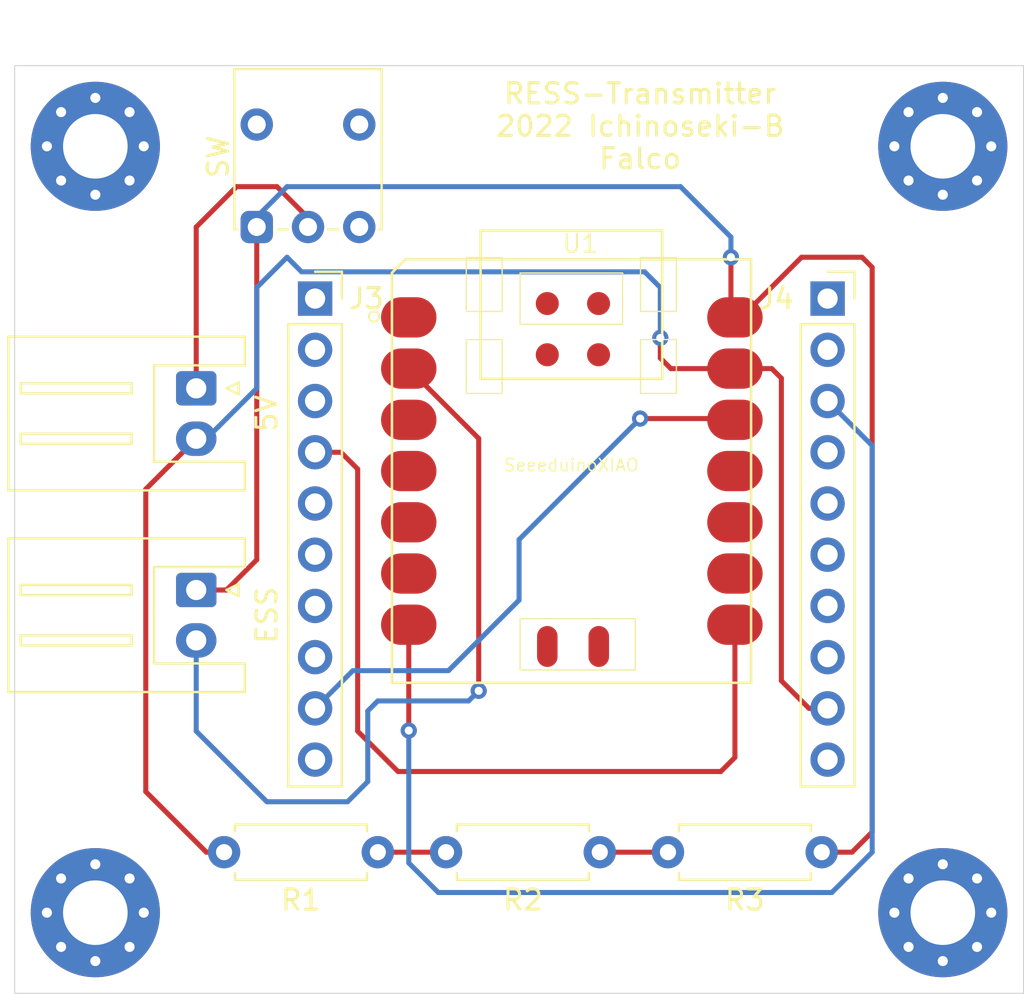
<source format=kicad_pcb>
(kicad_pcb (version 20171130) (host pcbnew "(5.1.9)-1")
  (layers (0 F.Cu signal) (31 B.Cu signal) (34 B.Paste user hide) (35 F.Paste user hide) (36 B.SilkS user) (37 F.SilkS user) (38 B.Mask user hide) (39 F.Mask user) (44 Edge.Cuts user))
  (net 0 "")
  (net 1 GND)
  (net 2 +5V)
  (net 3 RX)
  (net 4 +3V3)
  (net 5 TX)
  (net 6 PW_IN)
  (net 7 ESS_IN)
  (net 8 "Net-(R1-Pad1)")
  (net 9 "Net-(R2-Pad1)")
  (module MountingHole:MountingHole_3.2mm_M3_Pad_Via (layer F.Cu) (at 167 112)
    (fp_text reference REF** hide)
    (fp_text value MountingHole_3.2mm_M3_Pad_Via)
    (pad 1 thru_hole circle (at 1.697056 -1.697056) (size 0.8 0.8) (drill 0.5) (layers *.Cu *.Mask))
    (pad 1 thru_hole circle (at 0 -2.4) (size 0.8 0.8) (drill 0.5) (layers *.Cu *.Mask))
    (pad 1 thru_hole circle (at -1.697056 -1.697056) (size 0.8 0.8) (drill 0.5) (layers *.Cu *.Mask))
    (pad 1 thru_hole circle (at -2.4 0) (size 0.8 0.8) (drill 0.5) (layers *.Cu *.Mask))
    (pad 1 thru_hole circle (at -1.697056 1.697056) (size 0.8 0.8) (drill 0.5) (layers *.Cu *.Mask))
    (pad 1 thru_hole circle (at 0 2.4) (size 0.8 0.8) (drill 0.5) (layers *.Cu *.Mask))
    (pad 1 thru_hole circle (at 1.697056 1.697056) (size 0.8 0.8) (drill 0.5) (layers *.Cu *.Mask))
    (pad 1 thru_hole circle (at 2.4 0) (size 0.8 0.8) (drill 0.5) (layers *.Cu *.Mask))
    (pad 1 thru_hole circle (at 0 0) (size 6.4 6.4) (drill 3.2) (layers *.Cu *.Mask))
  )
  (module MountingHole:MountingHole_3.2mm_M3_Pad_Via (layer F.Cu) (at 125 112)
    (fp_text reference REF** hide)
    (fp_text value MountingHole_3.2mm_M3_Pad_Via)
    (pad 1 thru_hole circle (at 1.697056 -1.697056) (size 0.8 0.8) (drill 0.5) (layers *.Cu *.Mask))
    (pad 1 thru_hole circle (at 0 -2.4) (size 0.8 0.8) (drill 0.5) (layers *.Cu *.Mask))
    (pad 1 thru_hole circle (at -1.697056 -1.697056) (size 0.8 0.8) (drill 0.5) (layers *.Cu *.Mask))
    (pad 1 thru_hole circle (at -2.4 0) (size 0.8 0.8) (drill 0.5) (layers *.Cu *.Mask))
    (pad 1 thru_hole circle (at -1.697056 1.697056) (size 0.8 0.8) (drill 0.5) (layers *.Cu *.Mask))
    (pad 1 thru_hole circle (at 0 2.4) (size 0.8 0.8) (drill 0.5) (layers *.Cu *.Mask))
    (pad 1 thru_hole circle (at 1.697056 1.697056) (size 0.8 0.8) (drill 0.5) (layers *.Cu *.Mask))
    (pad 1 thru_hole circle (at 2.4 0) (size 0.8 0.8) (drill 0.5) (layers *.Cu *.Mask))
    (pad 1 thru_hole circle (at 0 0) (size 6.4 6.4) (drill 3.2) (layers *.Cu *.Mask))
  )
  (module MountingHole:MountingHole_3.2mm_M3_Pad_Via (layer F.Cu) (at 167 74)
    (fp_text reference REF** hide)
    (fp_text value MountingHole_3.2mm_M3_Pad_Via)
    (pad 1 thru_hole circle (at 1.697056 -1.697056) (size 0.8 0.8) (drill 0.5) (layers *.Cu *.Mask))
    (pad 1 thru_hole circle (at 0 -2.4) (size 0.8 0.8) (drill 0.5) (layers *.Cu *.Mask))
    (pad 1 thru_hole circle (at -1.697056 -1.697056) (size 0.8 0.8) (drill 0.5) (layers *.Cu *.Mask))
    (pad 1 thru_hole circle (at -2.4 0) (size 0.8 0.8) (drill 0.5) (layers *.Cu *.Mask))
    (pad 1 thru_hole circle (at -1.697056 1.697056) (size 0.8 0.8) (drill 0.5) (layers *.Cu *.Mask))
    (pad 1 thru_hole circle (at 0 2.4) (size 0.8 0.8) (drill 0.5) (layers *.Cu *.Mask))
    (pad 1 thru_hole circle (at 1.697056 1.697056) (size 0.8 0.8) (drill 0.5) (layers *.Cu *.Mask))
    (pad 1 thru_hole circle (at 2.4 0) (size 0.8 0.8) (drill 0.5) (layers *.Cu *.Mask))
    (pad 1 thru_hole circle (at 0 0) (size 6.4 6.4) (drill 3.2) (layers *.Cu *.Mask))
  )
  (module MountingHole:MountingHole_3.2mm_M3_Pad_Via (layer F.Cu) (at 125 74)
    (fp_text reference REF** hide)
    (fp_text value MountingHole_3.2mm_M3_Pad_Via)
    (pad 1 thru_hole circle (at 1.697056 -1.697056) (size 0.8 0.8) (drill 0.5) (layers *.Cu *.Mask))
    (pad 1 thru_hole circle (at 0 -2.4) (size 0.8 0.8) (drill 0.5) (layers *.Cu *.Mask))
    (pad 1 thru_hole circle (at -1.697056 -1.697056) (size 0.8 0.8) (drill 0.5) (layers *.Cu *.Mask))
    (pad 1 thru_hole circle (at -2.4 0) (size 0.8 0.8) (drill 0.5) (layers *.Cu *.Mask))
    (pad 1 thru_hole circle (at -1.697056 1.697056) (size 0.8 0.8) (drill 0.5) (layers *.Cu *.Mask))
    (pad 1 thru_hole circle (at 0 2.4) (size 0.8 0.8) (drill 0.5) (layers *.Cu *.Mask))
    (pad 1 thru_hole circle (at 1.697056 1.697056) (size 0.8 0.8) (drill 0.5) (layers *.Cu *.Mask))
    (pad 1 thru_hole circle (at 2.4 0) (size 0.8 0.8) (drill 0.5) (layers *.Cu *.Mask))
    (pad 1 thru_hole circle (at 0 0) (size 6.4 6.4) (drill 3.2) (layers *.Cu *.Mask))
  )
  (module Connector_JST:JST_XH_S2B-XH-A_1x02_P2.50mm_Horizontal (layer F.Cu) (at 130 96 270)
    (fp_text reference ESS (at 1.25 -3.5 90) (layer F.SilkS))
    (fp_text value ESS_IN)
    (fp_line (start 0.3 -2.1) (end 0 -1.5) (layer F.SilkS) (width 0.12))
    (fp_line (start -0.3 -2.1) (end 0.3 -2.1) (layer F.SilkS) (width 0.12))
    (fp_line (start 0 -1.5) (end -0.3 -2.1) (layer F.SilkS) (width 0.12))
    (fp_line (start 2.75 3.2) (end 2.25 3.2) (layer F.SilkS) (width 0.12))
    (fp_line (start 2.75 8.7) (end 2.75 3.2) (layer F.SilkS) (width 0.12))
    (fp_line (start 2.25 8.7) (end 2.75 8.7) (layer F.SilkS) (width 0.12))
    (fp_line (start 2.25 3.2) (end 2.25 8.7) (layer F.SilkS) (width 0.12))
    (fp_line (start 0.25 3.2) (end -0.25 3.2) (layer F.SilkS) (width 0.12))
    (fp_line (start 0.25 8.7) (end 0.25 3.2) (layer F.SilkS) (width 0.12))
    (fp_line (start -0.25 8.7) (end 0.25 8.7) (layer F.SilkS) (width 0.12))
    (fp_line (start -0.25 3.2) (end -0.25 8.7) (layer F.SilkS) (width 0.12))
    (fp_line (start 3.64 2.09) (end 1.25 2.09) (layer F.SilkS) (width 0.12))
    (fp_line (start 3.64 -2.41) (end 3.64 2.09) (layer F.SilkS) (width 0.12))
    (fp_line (start 5.06 -2.41) (end 3.64 -2.41) (layer F.SilkS) (width 0.12))
    (fp_line (start 5.06 9.31) (end 5.06 -2.41) (layer F.SilkS) (width 0.12))
    (fp_line (start 1.25 9.31) (end 5.06 9.31) (layer F.SilkS) (width 0.12))
    (fp_line (start -1.14 2.09) (end 1.25 2.09) (layer F.SilkS) (width 0.12))
    (fp_line (start -1.14 -2.41) (end -1.14 2.09) (layer F.SilkS) (width 0.12))
    (fp_line (start -2.56 -2.41) (end -1.14 -2.41) (layer F.SilkS) (width 0.12))
    (fp_line (start -2.56 9.31) (end -2.56 -2.41) (layer F.SilkS) (width 0.12))
    (fp_line (start 1.25 9.31) (end -2.56 9.31) (layer F.SilkS) (width 0.12))
    (pad 1 thru_hole roundrect (at 0 0 270) (size 1.7 2) (drill 1) (layers *.Cu *.Mask) (roundrect_rratio 0.1470588235294118) (net 2 +5V))
    (pad 2 thru_hole oval (at 2.5 0 270) (size 1.7 2) (drill 1) (layers *.Cu *.Mask) (net 7 ESS_IN))
  )
  (module Connector_PinSocket_2.54mm:PinSocket_1x10_P2.54mm_Vertical (layer F.Cu) (at 135.89 81.55)
    (fp_text reference J3 (at 2.54 0) (layer F.SilkS))
    (fp_text value ADP_L)
    (fp_line (start -1.33 1.27) (end 1.33 1.27) (layer F.SilkS) (width 0.12))
    (fp_line (start -1.33 1.27) (end -1.33 24.19) (layer F.SilkS) (width 0.12))
    (fp_line (start -1.33 24.19) (end 1.33 24.19) (layer F.SilkS) (width 0.12))
    (fp_line (start 1.33 1.27) (end 1.33 24.19) (layer F.SilkS) (width 0.12))
    (fp_line (start 1.33 -1.33) (end 1.33 0) (layer F.SilkS) (width 0.12))
    (fp_line (start 0 -1.33) (end 1.33 -1.33) (layer F.SilkS) (width 0.12))
    (pad 1 thru_hole rect (at 0 0) (size 1.7 1.7) (drill 1) (layers *.Cu *.Mask))
    (pad 2 thru_hole oval (at 0 2.54) (size 1.7 1.7) (drill 1) (layers *.Cu *.Mask))
    (pad 3 thru_hole oval (at 0 5.08) (size 1.7 1.7) (drill 1) (layers *.Cu *.Mask))
    (pad 4 thru_hole oval (at 0 7.62) (size 1.7 1.7) (drill 1) (layers *.Cu *.Mask) (net 3 RX))
    (pad 5 thru_hole oval (at 0 10.16) (size 1.7 1.7) (drill 1) (layers *.Cu *.Mask))
    (pad 6 thru_hole oval (at 0 12.7) (size 1.7 1.7) (drill 1) (layers *.Cu *.Mask))
    (pad 7 thru_hole oval (at 0 15.24) (size 1.7 1.7) (drill 1) (layers *.Cu *.Mask))
    (pad 8 thru_hole oval (at 0 17.78) (size 1.7 1.7) (drill 1) (layers *.Cu *.Mask))
    (pad 9 thru_hole oval (at 0 20.32) (size 1.7 1.7) (drill 1) (layers *.Cu *.Mask) (net 4 +3V3))
    (pad 10 thru_hole oval (at 0 22.86) (size 1.7 1.7) (drill 1) (layers *.Cu *.Mask))
  )
  (module Connector_PinSocket_2.54mm:PinSocket_1x10_P2.54mm_Vertical (layer F.Cu) (at 161.29 81.55)
    (fp_text reference J4 (at -2.54 0) (layer F.SilkS))
    (fp_text value ADP_R)
    (fp_line (start 0 -1.33) (end 1.33 -1.33) (layer F.SilkS) (width 0.12))
    (fp_line (start 1.33 -1.33) (end 1.33 0) (layer F.SilkS) (width 0.12))
    (fp_line (start 1.33 1.27) (end 1.33 24.19) (layer F.SilkS) (width 0.12))
    (fp_line (start -1.33 24.19) (end 1.33 24.19) (layer F.SilkS) (width 0.12))
    (fp_line (start -1.33 1.27) (end -1.33 24.19) (layer F.SilkS) (width 0.12))
    (fp_line (start -1.33 1.27) (end 1.33 1.27) (layer F.SilkS) (width 0.12))
    (pad 10 thru_hole oval (at 0 22.86) (size 1.7 1.7) (drill 1) (layers *.Cu *.Mask))
    (pad 9 thru_hole oval (at 0 20.32) (size 1.7 1.7) (drill 1) (layers *.Cu *.Mask) (net 1 GND))
    (pad 8 thru_hole oval (at 0 17.78) (size 1.7 1.7) (drill 1) (layers *.Cu *.Mask))
    (pad 7 thru_hole oval (at 0 15.24) (size 1.7 1.7) (drill 1) (layers *.Cu *.Mask))
    (pad 6 thru_hole oval (at 0 12.7) (size 1.7 1.7) (drill 1) (layers *.Cu *.Mask))
    (pad 5 thru_hole oval (at 0 10.16) (size 1.7 1.7) (drill 1) (layers *.Cu *.Mask))
    (pad 4 thru_hole oval (at 0 7.62) (size 1.7 1.7) (drill 1) (layers *.Cu *.Mask))
    (pad 3 thru_hole oval (at 0 5.08) (size 1.7 1.7) (drill 1) (layers *.Cu *.Mask) (net 5 TX))
    (pad 2 thru_hole oval (at 0 2.54) (size 1.7 1.7) (drill 1) (layers *.Cu *.Mask))
    (pad 1 thru_hole rect (at 0 0) (size 1.7 1.7) (drill 1) (layers *.Cu *.Mask))
  )
  (module Connector_JST:JST_XH_S2B-XH-A_1x02_P2.50mm_Horizontal (layer F.Cu) (at 130 86 270)
    (fp_text reference 5V (at 1.25 -3.5 90) (layer F.SilkS))
    (fp_text value POWER)
    (fp_line (start 1.25 9.31) (end -2.56 9.31) (layer F.SilkS) (width 0.12))
    (fp_line (start -2.56 9.31) (end -2.56 -2.41) (layer F.SilkS) (width 0.12))
    (fp_line (start -2.56 -2.41) (end -1.14 -2.41) (layer F.SilkS) (width 0.12))
    (fp_line (start -1.14 -2.41) (end -1.14 2.09) (layer F.SilkS) (width 0.12))
    (fp_line (start -1.14 2.09) (end 1.25 2.09) (layer F.SilkS) (width 0.12))
    (fp_line (start 1.25 9.31) (end 5.06 9.31) (layer F.SilkS) (width 0.12))
    (fp_line (start 5.06 9.31) (end 5.06 -2.41) (layer F.SilkS) (width 0.12))
    (fp_line (start 5.06 -2.41) (end 3.64 -2.41) (layer F.SilkS) (width 0.12))
    (fp_line (start 3.64 -2.41) (end 3.64 2.09) (layer F.SilkS) (width 0.12))
    (fp_line (start 3.64 2.09) (end 1.25 2.09) (layer F.SilkS) (width 0.12))
    (fp_line (start -0.25 3.2) (end -0.25 8.7) (layer F.SilkS) (width 0.12))
    (fp_line (start -0.25 8.7) (end 0.25 8.7) (layer F.SilkS) (width 0.12))
    (fp_line (start 0.25 8.7) (end 0.25 3.2) (layer F.SilkS) (width 0.12))
    (fp_line (start 0.25 3.2) (end -0.25 3.2) (layer F.SilkS) (width 0.12))
    (fp_line (start 2.25 3.2) (end 2.25 8.7) (layer F.SilkS) (width 0.12))
    (fp_line (start 2.25 8.7) (end 2.75 8.7) (layer F.SilkS) (width 0.12))
    (fp_line (start 2.75 8.7) (end 2.75 3.2) (layer F.SilkS) (width 0.12))
    (fp_line (start 2.75 3.2) (end 2.25 3.2) (layer F.SilkS) (width 0.12))
    (fp_line (start 0 -1.5) (end -0.3 -2.1) (layer F.SilkS) (width 0.12))
    (fp_line (start -0.3 -2.1) (end 0.3 -2.1) (layer F.SilkS) (width 0.12))
    (fp_line (start 0.3 -2.1) (end 0 -1.5) (layer F.SilkS) (width 0.12))
    (pad 1 thru_hole roundrect (at 0 0 270) (size 1.7 2) (drill 1) (layers *.Cu *.Mask) (roundrect_rratio 0.1470588235294118) (net 6 PW_IN))
    (pad 2 thru_hole oval (at 2.5 0 270) (size 1.7 2) (drill 1) (layers *.Cu *.Mask) (net 1 GND))
  )
  (module Button_Switch_THT:SW_Push_1P2T_Vertical_E-Switch_800UDP8P1A1M6 (layer F.Cu) (at 133 78 90)
    (fp_text reference SW (at 3.48 -1.91 270) (layer F.SilkS))
    (fp_text value SW_SPDT)
    (fp_line (start -0.12 6.19) (end -0.12 6.04) (layer F.SilkS) (width 0.12))
    (fp_line (start -0.12 4.04) (end -0.12 3.54) (layer F.SilkS) (width 0.12))
    (fp_line (start -0.12 1.54) (end -0.12 1.04) (layer F.SilkS) (width 0.12))
    (fp_line (start -0.12 -1.11) (end -0.12 -0.96) (layer F.SilkS) (width 0.12))
    (fp_line (start 7.83 -1.11) (end -0.12 -1.11) (layer F.SilkS) (width 0.12))
    (fp_line (start 7.83 6.19) (end 7.83 -1.11) (layer F.SilkS) (width 0.12))
    (fp_line (start -0.12 6.19) (end 7.83 6.19) (layer F.SilkS) (width 0.12))
    (pad "" thru_hole circle (at 5.08 5.08 270) (size 1.6 1.6) (drill 0.89) (layers *.Cu *.Mask))
    (pad "" thru_hole circle (at 5.08 0 270) (size 1.6 1.6) (drill 0.89) (layers *.Cu *.Mask))
    (pad 1 thru_hole roundrect (at 0 0 270) (size 1.6 1.6) (drill 0.89) (layers *.Cu *.Mask) (net 2 +5V))
    (pad 2 thru_hole circle (at 0 2.54 270) (size 1.6 1.6) (drill 0.89) (layers *.Cu *.Mask) (net 6 PW_IN))
    (pad 3 thru_hole circle (at 0 5.08 270) (size 1.6 1.6) (drill 0.89) (layers *.Cu *.Mask))
  )
  (module Resistor_THT:R_Axial_DIN0207_L6.3mm_D2.5mm_P7.62mm_Horizontal (layer F.Cu) (at 139 109 180)
    (fp_text reference R1 (at 3.81 -2.37) (layer F.SilkS))
    (fp_text value 18Ω)
    (fp_line (start 0.54 -1.04) (end 0.54 -1.37) (layer F.SilkS) (width 0.12))
    (fp_line (start 0.54 -1.37) (end 7.08 -1.37) (layer F.SilkS) (width 0.12))
    (fp_line (start 7.08 -1.37) (end 7.08 -1.04) (layer F.SilkS) (width 0.12))
    (fp_line (start 0.54 1.04) (end 0.54 1.37) (layer F.SilkS) (width 0.12))
    (fp_line (start 0.54 1.37) (end 7.08 1.37) (layer F.SilkS) (width 0.12))
    (fp_line (start 7.08 1.37) (end 7.08 1.04) (layer F.SilkS) (width 0.12))
    (pad 1 thru_hole circle (at 0 0 180) (size 1.6 1.6) (drill 0.8) (layers *.Cu *.Mask) (net 8 "Net-(R1-Pad1)"))
    (pad 2 thru_hole oval (at 7.62 0 180) (size 1.6 1.6) (drill 0.8) (layers *.Cu *.Mask) (net 1 GND))
  )
  (module Resistor_THT:R_Axial_DIN0207_L6.3mm_D2.5mm_P7.62mm_Horizontal (layer F.Cu) (at 150 109 180)
    (fp_text reference R2 (at 3.81 -2.37 180) (layer F.SilkS))
    (fp_text value 18Ω)
    (fp_line (start 0.54 -1.04) (end 0.54 -1.37) (layer F.SilkS) (width 0.12))
    (fp_line (start 0.54 -1.37) (end 7.08 -1.37) (layer F.SilkS) (width 0.12))
    (fp_line (start 7.08 -1.37) (end 7.08 -1.04) (layer F.SilkS) (width 0.12))
    (fp_line (start 0.54 1.04) (end 0.54 1.37) (layer F.SilkS) (width 0.12))
    (fp_line (start 0.54 1.37) (end 7.08 1.37) (layer F.SilkS) (width 0.12))
    (fp_line (start 7.08 1.37) (end 7.08 1.04) (layer F.SilkS) (width 0.12))
    (pad 1 thru_hole circle (at 0 0 180) (size 1.6 1.6) (drill 0.8) (layers *.Cu *.Mask) (net 9 "Net-(R2-Pad1)"))
    (pad 2 thru_hole oval (at 7.62 0 180) (size 1.6 1.6) (drill 0.8) (layers *.Cu *.Mask) (net 8 "Net-(R1-Pad1)"))
  )
  (module Resistor_THT:R_Axial_DIN0207_L6.3mm_D2.5mm_P7.62mm_Horizontal (layer F.Cu) (at 161 109 180)
    (fp_text reference R3 (at 3.81 -2.37) (layer F.SilkS))
    (fp_text value 18Ω)
    (fp_line (start 0.54 -1.04) (end 0.54 -1.37) (layer F.SilkS) (width 0.12))
    (fp_line (start 0.54 -1.37) (end 7.08 -1.37) (layer F.SilkS) (width 0.12))
    (fp_line (start 7.08 -1.37) (end 7.08 -1.04) (layer F.SilkS) (width 0.12))
    (fp_line (start 0.54 1.04) (end 0.54 1.37) (layer F.SilkS) (width 0.12))
    (fp_line (start 0.54 1.37) (end 7.08 1.37) (layer F.SilkS) (width 0.12))
    (fp_line (start 7.08 1.37) (end 7.08 1.04) (layer F.SilkS) (width 0.12))
    (pad 1 thru_hole circle (at 0 0 180) (size 1.6 1.6) (drill 0.8) (layers *.Cu *.Mask) (net 2 +5V))
    (pad 2 thru_hole oval (at 7.62 0 180) (size 1.6 1.6) (drill 0.8) (layers *.Cu *.Mask) (net 9 "Net-(R2-Pad1)"))
  )
  (module "Seeeduino XIAO KICAD:Seeeduino XIAO-MOUDLE14P-2.54-21X17.8MM" (layer F.Cu) (at 139.7 100.6)
    (fp_text reference U1 (at 9.3345 -21.7805) (layer F.SilkS) (effects (font (size 0.889 0.889) (thickness 0.1016))))
    (fp_text value SeeeduinoXIAO (at 8.89 -10.795) (layer F.SilkS) (effects (font (size 0.6096 0.6096) (thickness 0.0762))))
    (fp_circle (center -0.889 -18.161) (end -0.889 -18.415) (layer F.SilkS) (width 0.1))
    (fp_line (start 4.3942 -15.06982) (end 4.3942 -22.42312) (layer F.SilkS) (width 0.127))
    (fp_line (start 13.39342 -15.06982) (end 4.3942 -15.06982) (layer F.SilkS) (width 0.127))
    (fp_line (start 13.39342 -22.42312) (end 13.39342 -15.06982) (layer F.SilkS) (width 0.127))
    (fp_line (start 4.39928 -22.42312) (end 13.39342 -22.42312) (layer F.SilkS) (width 0.127))
    (fp_line (start 0 -20.32762) (end 0 0) (layer F.SilkS) (width 0.127))
    (fp_line (start 0.67056 -20.99818) (end 0 -20.32762) (layer F.SilkS) (width 0.127))
    (fp_line (start 17.79778 -20.99818) (end 0.67056 -20.99818) (layer F.SilkS) (width 0.127))
    (fp_line (start 17.79778 0) (end 17.79778 -20.99818) (layer F.SilkS) (width 0.127))
    (fp_line (start 0 0) (end 17.79778 0) (layer F.SilkS) (width 0.127))
    (fp_line (start 12.319 -18.415) (end 12.319 -21.082) (layer F.SilkS) (width 0.06604))
    (fp_line (start 12.319 -21.082) (end 14.097 -21.082) (layer F.SilkS) (width 0.06604))
    (fp_line (start 14.097 -18.415) (end 14.097 -21.082) (layer F.SilkS) (width 0.06604))
    (fp_line (start 12.319 -18.415) (end 14.097 -18.415) (layer F.SilkS) (width 0.06604))
    (fp_line (start 12.319 -14.34846) (end 12.319 -17.018) (layer F.SilkS) (width 0.06604))
    (fp_line (start 12.319 -17.018) (end 14.097 -17.018) (layer F.SilkS) (width 0.06604))
    (fp_line (start 14.097 -14.34846) (end 14.097 -17.018) (layer F.SilkS) (width 0.06604))
    (fp_line (start 12.319 -14.34846) (end 14.097 -14.34846) (layer F.SilkS) (width 0.06604))
    (fp_line (start 3.683 -14.34846) (end 3.683 -17.018) (layer F.SilkS) (width 0.06604))
    (fp_line (start 3.683 -17.018) (end 5.461 -17.018) (layer F.SilkS) (width 0.06604))
    (fp_line (start 5.461 -14.34846) (end 5.461 -17.018) (layer F.SilkS) (width 0.06604))
    (fp_line (start 3.683 -14.34846) (end 5.461 -14.34846) (layer F.SilkS) (width 0.06604))
    (fp_line (start 3.683 -18.415) (end 3.683 -21.082) (layer F.SilkS) (width 0.06604))
    (fp_line (start 3.683 -21.082) (end 5.461 -21.082) (layer F.SilkS) (width 0.06604))
    (fp_line (start 5.461 -18.415) (end 5.461 -21.082) (layer F.SilkS) (width 0.06604))
    (fp_line (start 3.683 -18.415) (end 5.461 -18.415) (layer F.SilkS) (width 0.06604))
    (fp_line (start 6.35 -0.635) (end 6.35 -3.175) (layer F.SilkS) (width 0.06604))
    (fp_line (start 6.35 -3.175) (end 12.065 -3.175) (layer F.SilkS) (width 0.06604))
    (fp_line (start 12.065 -0.635) (end 12.065 -3.175) (layer F.SilkS) (width 0.06604))
    (fp_line (start 6.35 -0.635) (end 12.065 -0.635) (layer F.SilkS) (width 0.06604))
    (fp_line (start 6.35 -17.78) (end 6.35 -20.32) (layer F.SilkS) (width 0.06604))
    (fp_line (start 6.35 -20.32) (end 11.43 -20.32) (layer F.SilkS) (width 0.06604))
    (fp_line (start 11.43 -17.78) (end 11.43 -20.32) (layer F.SilkS) (width 0.06604))
    (fp_line (start 6.35 -17.78) (end 11.43 -17.78) (layer F.SilkS) (width 0.06604))
    (pad 14 smd oval (at 16.99768 -18.11782) (size 2.74828 1.99898) (layers F.Cu F.Paste F.Mask) (net 2 +5V))
    (pad 13 smd oval (at 16.99768 -15.57782) (size 2.74828 1.99898) (layers F.Cu F.Paste F.Mask) (net 1 GND))
    (pad 12 smd oval (at 16.99768 -13.03782) (size 2.74828 1.99898) (layers F.Cu F.Paste F.Mask) (net 4 +3V3))
    (pad 11 smd oval (at 16.99768 -10.49782) (size 2.74828 1.99898) (layers F.Cu F.Paste F.Mask))
    (pad 10 smd oval (at 16.99768 -7.95782) (size 2.74828 1.99898) (layers F.Cu F.Paste F.Mask))
    (pad 9 smd oval (at 16.99768 -5.41782) (size 2.74828 1.99898) (layers F.Cu F.Paste F.Mask))
    (pad 8 smd oval (at 16.99768 -2.87782) (size 2.74828 1.99898) (layers F.Cu F.Paste F.Mask) (net 3 RX))
    (pad 7 smd oval (at 0.83312 -2.87782) (size 2.74828 1.99898) (layers F.Cu F.Paste F.Mask) (net 5 TX))
    (pad 6 smd oval (at 0.83312 -5.41782) (size 2.74828 1.99898) (layers F.Cu F.Paste F.Mask))
    (pad 5 smd oval (at 0.83312 -7.95782) (size 2.74828 1.99898) (layers F.Cu F.Paste F.Mask))
    (pad 4 smd oval (at 0.83312 -10.49782) (size 2.74828 1.99898) (layers F.Cu F.Paste F.Mask))
    (pad 3 smd oval (at 0.83312 -13.03782) (size 2.74828 1.99898) (layers F.Cu F.Paste F.Mask))
    (pad 2 smd oval (at 0.83312 -15.57782) (size 2.74828 1.99898) (layers F.Cu F.Paste F.Mask) (net 7 ESS_IN))
    (pad 1 smd oval (at 0.83312 -18.11782) (size 2.74828 1.99898) (layers F.Cu F.Paste F.Mask))
    (pad 15 smd oval (at 7.7 -1.8 90) (size 2.032 1.016) (layers F.Cu F.Paste F.Mask))
    (pad 16 smd oval (at 10.25 -1.8 90) (size 2.032 1.016) (layers F.Cu F.Paste F.Mask))
    (pad 17 smd circle (at 7.698803 -18.804187 90) (size 1.143 1.143) (layers F.Cu F.Paste F.Mask))
    (pad 18 smd circle (at 10.238803 -18.804187 90) (size 1.143 1.143) (layers F.Cu F.Paste F.Mask))
    (pad 19 smd circle (at 7.698803 -16.264187 90) (size 1.143 1.143) (layers F.Cu F.Paste F.Mask))
    (pad 20 smd circle (at 10.238803 -16.264187 90) (size 1.143 1.143) (layers F.Cu F.Paste F.Mask))
  )
  (gr_line (start 171 116) (end 171 70) (layer Edge.Cuts) (width 0.05))
  (gr_line (start 121 116) (end 121 70) (layer Edge.Cuts) (width 0.05))
  (gr_line (start 121 116) (end 171 116) (layer Edge.Cuts) (width 0.05))
  (gr_line (start 121 70) (end 171 70) (layer Edge.Cuts) (width 0.05))
  (gr_text "RESS-Transmitter\n2022 Ichinoseki-B\nFalco" (at 152 73) (layer F.SilkS) (effects (font (size 1 1))))
  (segment (start 130.5 109) (end 131.38 109) (width 0.25) (layer F.Cu) (net 1))
  (segment (start 127.5 91) (end 127.5 106) (width 0.25) (layer F.Cu) (net 1))
  (segment (start 127.5 106) (end 130.5 109) (width 0.25) (layer F.Cu) (net 1))
  (segment (start 130 88.5) (end 127.5 91) (width 0.25) (layer F.Cu) (net 1))
  (segment (start 160.37 101.87) (end 161.29 101.87) (width 0.25) (layer F.Cu) (net 1))
  (segment (start 159 100.5) (end 160.37 101.87) (width 0.25) (layer F.Cu) (net 1))
  (segment (start 158.52218 85.02218) (end 159 85.5) (width 0.25) (layer F.Cu) (net 1))
  (segment (start 159 85.5) (end 159 100.5) (width 0.25) (layer F.Cu) (net 1))
  (segment (start 156.69768 85.02218) (end 158.52218 85.02218) (width 0.25) (layer F.Cu) (net 1))
  (segment (start 130 88.5) (end 130.5 88.5) (width 0.25) (layer B.Cu) (net 1))
  (segment (start 130.5 88.5) (end 133 86) (width 0.25) (layer B.Cu) (net 1))
  (segment (start 133 86) (end 133 81) (width 0.25) (layer B.Cu) (net 1))
  (segment (start 133 81) (end 134 80) (width 0.25) (layer B.Cu) (net 1))
  (segment (start 134 80) (end 134.5 79.5) (width 0.25) (layer B.Cu) (net 1))
  (segment (start 135.225001 80.225001) (end 152.225001 80.225001) (width 0.25) (layer B.Cu) (net 1))
  (segment (start 134.5 79.5) (end 135.225001 80.225001) (width 0.25) (layer B.Cu) (net 1))
  (segment (start 152.225001 80.225001) (end 153 81) (width 0.25) (layer B.Cu) (net 1))
  (segment (start 153 81) (end 153 83.5) (width 0.25) (layer B.Cu) (net 1))
  (segment (start 153 83.5) (end 153 83.5) (width 0.25) (layer B.Cu) (net 1))
  (via (at 153 83.5) (size 0.8) (drill 0.4) (layers F.Cu B.Cu) (net 1))
  (segment (start 153 83.5) (end 153 84.5) (width 0.25) (layer F.Cu) (net 1))
  (segment (start 153.52218 85.02218) (end 156.69768 85.02218) (width 0.25) (layer F.Cu) (net 1))
  (segment (start 153 84.5) (end 153.52218 85.02218) (width 0.25) (layer F.Cu) (net 1))
  (segment (start 133 78) (end 133 77.5) (width 0.25) (layer B.Cu) (net 2))
  (segment (start 133 77.5) (end 134.5 76) (width 0.25) (layer B.Cu) (net 2))
  (segment (start 134.5 76) (end 154 76) (width 0.25) (layer B.Cu) (net 2))
  (segment (start 154 76) (end 156.5 78.5) (width 0.25) (layer B.Cu) (net 2))
  (segment (start 156.5 78.5) (end 156.5 79.5) (width 0.25) (layer B.Cu) (net 2))
  (segment (start 156.5 79.5) (end 156.5 79.5) (width 0.25) (layer B.Cu) (net 2))
  (via (at 156.5 79.5) (size 0.8) (drill 0.4) (layers F.Cu B.Cu) (net 2))
  (segment (start 156.5 82.2845) (end 156.69768 82.48218) (width 0.25) (layer F.Cu) (net 2))
  (segment (start 156.5 79.5) (end 156.5 82.2845) (width 0.25) (layer F.Cu) (net 2))
  (segment (start 161 109) (end 162.5 109) (width 0.25) (layer F.Cu) (net 2))
  (segment (start 162.5 109) (end 163.5 108) (width 0.25) (layer F.Cu) (net 2))
  (segment (start 163.5 108) (end 163.5 80) (width 0.25) (layer F.Cu) (net 2))
  (segment (start 163.5 80) (end 163 79.5) (width 0.25) (layer F.Cu) (net 2))
  (segment (start 163 79.5) (end 160 79.5) (width 0.25) (layer F.Cu) (net 2))
  (segment (start 157.01782 82.48218) (end 156.69768 82.48218) (width 0.25) (layer F.Cu) (net 2))
  (segment (start 160 79.5) (end 157.01782 82.48218) (width 0.25) (layer F.Cu) (net 2))
  (segment (start 133 78) (end 133 94.5) (width 0.25) (layer F.Cu) (net 2))
  (segment (start 131.5 96) (end 130 96) (width 0.25) (layer F.Cu) (net 2))
  (segment (start 133 94.5) (end 131.5 96) (width 0.25) (layer F.Cu) (net 2))
  (segment (start 137.17 89.17) (end 135.89 89.17) (width 0.25) (layer F.Cu) (net 3))
  (segment (start 138 103) (end 138 90) (width 0.25) (layer F.Cu) (net 3))
  (segment (start 140 105) (end 138 103) (width 0.25) (layer F.Cu) (net 3))
  (segment (start 156 105) (end 140 105) (width 0.25) (layer F.Cu) (net 3))
  (segment (start 156.69768 104.30232) (end 156 105) (width 0.25) (layer F.Cu) (net 3))
  (segment (start 138 90) (end 137.17 89.17) (width 0.25) (layer F.Cu) (net 3))
  (segment (start 156.69768 97.72218) (end 156.69768 104.30232) (width 0.25) (layer F.Cu) (net 3))
  (segment (start 135.89 101.87) (end 137.76 100) (width 0.25) (layer B.Cu) (net 4))
  (segment (start 137.76 100) (end 142.5 100) (width 0.25) (layer B.Cu) (net 4))
  (segment (start 142.5 100) (end 146 96.5) (width 0.25) (layer B.Cu) (net 4))
  (segment (start 146 96.5) (end 146 93.5) (width 0.25) (layer B.Cu) (net 4))
  (segment (start 146 93.5) (end 152 87.5) (width 0.25) (layer B.Cu) (net 4))
  (segment (start 152 87.5) (end 152 87.5) (width 0.25) (layer B.Cu) (net 4))
  (via (at 152 87.5) (size 0.8) (drill 0.4) (layers F.Cu B.Cu) (net 4))
  (segment (start 156.6355 87.5) (end 156.69768 87.56218) (width 0.25) (layer F.Cu) (net 4))
  (segment (start 152 87.5) (end 156.6355 87.5) (width 0.25) (layer F.Cu) (net 4))
  (segment (start 140.53312 97.72218) (end 140.53312 102.96688) (width 0.25) (layer F.Cu) (net 5))
  (segment (start 140.53312 102.96688) (end 140.53312 102.96688) (width 0.25) (layer F.Cu) (net 5))
  (via (at 140.53312 102.96688) (size 0.8) (drill 0.4) (layers F.Cu B.Cu) (net 5))
  (segment (start 140.53312 102.96688) (end 140.53312 109.53312) (width 0.25) (layer B.Cu) (net 5))
  (segment (start 140.53312 109.53312) (end 142 111) (width 0.25) (layer B.Cu) (net 5))
  (segment (start 142 111) (end 161.5 111) (width 0.25) (layer B.Cu) (net 5))
  (segment (start 161.5 111) (end 163.5 109) (width 0.25) (layer B.Cu) (net 5))
  (segment (start 163.5 88.84) (end 161.29 86.63) (width 0.25) (layer B.Cu) (net 5))
  (segment (start 163.5 109) (end 163.5 88.84) (width 0.25) (layer B.Cu) (net 5))
  (segment (start 135.54 77.54) (end 135.54 78) (width 0.25) (layer F.Cu) (net 6))
  (segment (start 134 76) (end 135.54 77.54) (width 0.25) (layer F.Cu) (net 6))
  (segment (start 132 76) (end 134 76) (width 0.25) (layer F.Cu) (net 6))
  (segment (start 130 78) (end 132 76) (width 0.25) (layer F.Cu) (net 6))
  (segment (start 130 86) (end 130 78) (width 0.25) (layer F.Cu) (net 6))
  (segment (start 140.53312 85.02218) (end 144 88.48906) (width 0.25) (layer F.Cu) (net 7))
  (segment (start 144 88.48906) (end 144 101) (width 0.25) (layer F.Cu) (net 7))
  (segment (start 144 101) (end 144 101) (width 0.25) (layer F.Cu) (net 7))
  (via (at 144 101) (size 0.8) (drill 0.4) (layers F.Cu B.Cu) (net 7))
  (segment (start 144 101) (end 143.5 101.5) (width 0.25) (layer B.Cu) (net 7))
  (segment (start 143.5 101.5) (end 139 101.5) (width 0.25) (layer B.Cu) (net 7))
  (segment (start 139 101.5) (end 138.5 102) (width 0.25) (layer B.Cu) (net 7))
  (segment (start 138.5 102) (end 138.5 105.5) (width 0.25) (layer B.Cu) (net 7))
  (segment (start 138.5 105.5) (end 137.5 106.5) (width 0.25) (layer B.Cu) (net 7))
  (segment (start 137.5 106.5) (end 133.5 106.5) (width 0.25) (layer B.Cu) (net 7))
  (segment (start 130 103) (end 130 98.5) (width 0.25) (layer B.Cu) (net 7))
  (segment (start 133.5 106.5) (end 130 103) (width 0.25) (layer B.Cu) (net 7))
  (segment (start 139 109) (end 142.38 109) (width 0.25) (layer F.Cu) (net 8))
  (segment (start 150 109) (end 153.38 109) (width 0.25) (layer F.Cu) (net 9))
)
</source>
